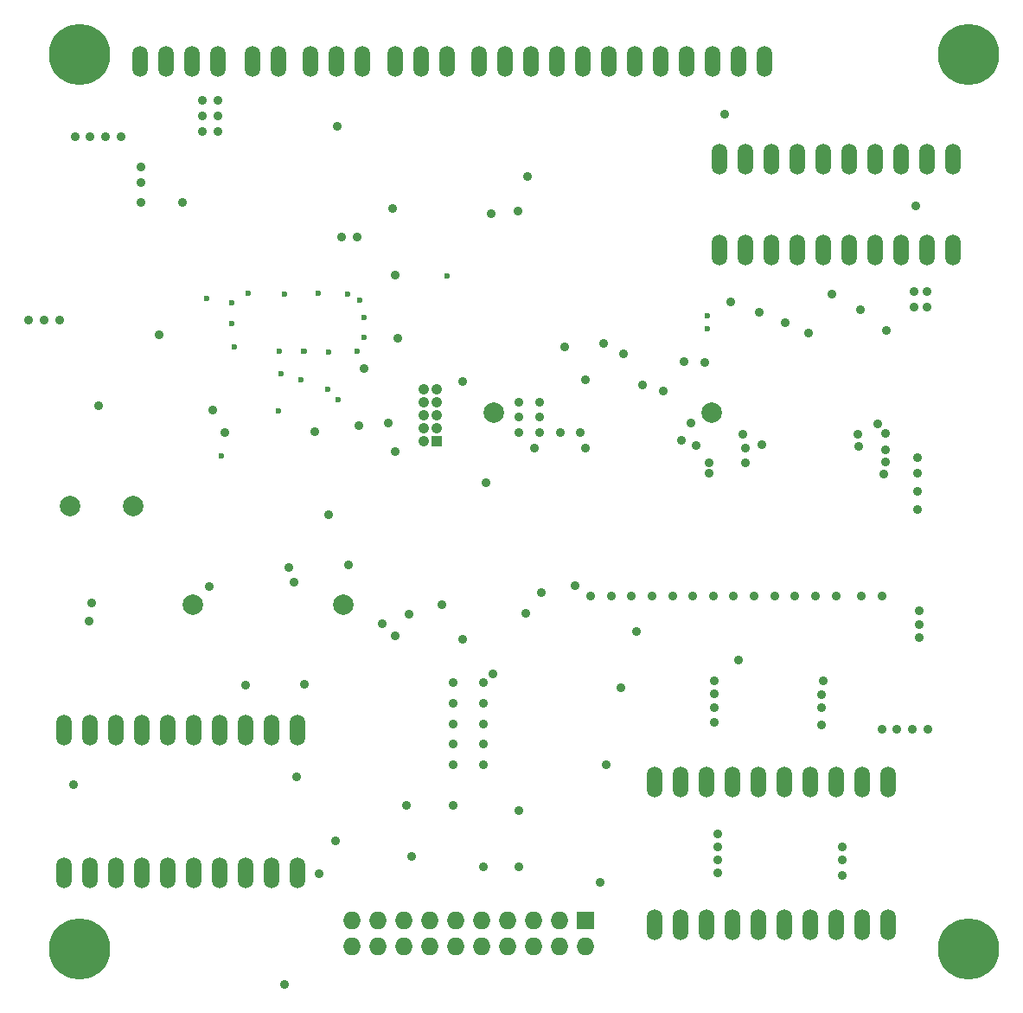
<source format=gbr>
G04 #@! TF.FileFunction,Soldermask,Bot*
%FSLAX46Y46*%
G04 Gerber Fmt 4.6, Leading zero omitted, Abs format (unit mm)*
G04 Created by KiCad (PCBNEW 4.0.2+e4-6225~38~ubuntu15.04.1-stable) date Do 30 Jun 2016 00:48:15 CEST*
%MOMM*%
G01*
G04 APERTURE LIST*
%ADD10C,0.150000*%
%ADD11O,1.506220X3.014980*%
%ADD12R,1.727200X1.727200*%
%ADD13O,1.727200X1.727200*%
%ADD14R,1.050000X1.050000*%
%ADD15C,1.050000*%
%ADD16C,6.000000*%
%ADD17C,0.889000*%
%ADD18C,0.600000*%
%ADD19C,2.000000*%
G04 APERTURE END LIST*
D10*
D11*
X4695000Y-72340280D03*
X7235000Y-72340280D03*
X9775000Y-72340280D03*
X12315000Y-72340280D03*
X27555000Y-72340280D03*
X25015000Y-72340280D03*
X22475000Y-72340280D03*
X19935000Y-72340280D03*
X17395000Y-72340280D03*
X14855000Y-72340280D03*
D12*
X55749000Y-91009280D03*
D13*
X55749000Y-93549280D03*
X53209000Y-91009280D03*
X53209000Y-93549280D03*
X50669000Y-91009280D03*
X50669000Y-93549280D03*
X48129000Y-91009280D03*
X48129000Y-93549280D03*
X45589000Y-91009280D03*
X45589000Y-93549280D03*
X43049000Y-91009280D03*
X43049000Y-93549280D03*
X40509000Y-91009280D03*
X40509000Y-93549280D03*
X37969000Y-91009280D03*
X37969000Y-93549280D03*
X35429000Y-91009280D03*
X35429000Y-93549280D03*
X32889000Y-91009280D03*
X32889000Y-93549280D03*
D14*
X41200000Y-44050000D03*
D15*
X41200000Y-42780000D03*
X41200000Y-41510000D03*
X41200000Y-40240000D03*
X41200000Y-38970000D03*
X39930000Y-42780000D03*
X39930000Y-41510000D03*
X39930000Y-40240000D03*
X39930000Y-38970000D03*
X39930000Y-44050000D03*
D11*
X19757200Y-6909880D03*
X17217200Y-6909880D03*
X14677200Y-6909880D03*
X12137200Y-6909880D03*
X42160000Y-6935280D03*
X39620000Y-6935280D03*
X37080000Y-6935280D03*
X33905000Y-6935280D03*
X31365000Y-6935280D03*
X28825000Y-6935280D03*
X4695000Y-86310280D03*
X7235000Y-86310280D03*
X9775000Y-86310280D03*
X12315000Y-86310280D03*
X27555000Y-86310280D03*
X25015000Y-86310280D03*
X22475000Y-86310280D03*
X19935000Y-86310280D03*
X17395000Y-86310280D03*
X14855000Y-86310280D03*
X25650000Y-6935280D03*
X23110000Y-6935280D03*
X62480000Y-77420280D03*
X65020000Y-77420280D03*
X67560000Y-77420280D03*
X70100000Y-77420280D03*
X85340000Y-77420280D03*
X82800000Y-77420280D03*
X80260000Y-77420280D03*
X77720000Y-77420280D03*
X75180000Y-77420280D03*
X72640000Y-77420280D03*
X68830000Y-16460280D03*
X71370000Y-16460280D03*
X73910000Y-16460280D03*
X76450000Y-16460280D03*
X91690000Y-16460280D03*
X89150000Y-16460280D03*
X86610000Y-16460280D03*
X84070000Y-16460280D03*
X81530000Y-16460280D03*
X78990000Y-16460280D03*
X62480000Y-91390280D03*
X65020000Y-91390280D03*
X67560000Y-91390280D03*
X70100000Y-91390280D03*
X85340000Y-91390280D03*
X82800000Y-91390280D03*
X80260000Y-91390280D03*
X77720000Y-91390280D03*
X75180000Y-91390280D03*
X72640000Y-91390280D03*
X68830000Y-25350280D03*
X71370000Y-25350280D03*
X73910000Y-25350280D03*
X76450000Y-25350280D03*
X91690000Y-25350280D03*
X89150000Y-25350280D03*
X86610000Y-25350280D03*
X84070000Y-25350280D03*
X81530000Y-25350280D03*
X78990000Y-25350280D03*
X58035000Y-6935280D03*
X55495000Y-6935280D03*
X52955000Y-6935280D03*
X50415000Y-6935280D03*
X47875000Y-6935280D03*
X45335000Y-6935280D03*
X73275000Y-6935280D03*
X70735000Y-6935280D03*
X68195000Y-6935280D03*
X65655000Y-6935280D03*
X63115000Y-6935280D03*
X60575000Y-6935280D03*
D16*
X93250000Y-93750280D03*
X6250000Y-6250280D03*
X93250000Y-6250280D03*
X6250000Y-93750280D03*
D17*
X37334000Y-33986280D03*
X46478000Y-21794280D03*
X36826000Y-21286280D03*
X35810000Y-61926280D03*
X42750000Y-79750000D03*
X38250000Y-79750000D03*
X38750000Y-84750000D03*
X45750000Y-85750000D03*
X49250000Y-85750000D03*
X49250000Y-80250000D03*
X45750000Y-75750000D03*
X42750000Y-75750000D03*
X42750000Y-73750000D03*
X45750000Y-73750000D03*
X45750000Y-71750000D03*
X42750000Y-71750000D03*
X42750000Y-69750000D03*
X45750000Y-69750000D03*
X45750000Y-67750000D03*
X42750000Y-67750000D03*
X26250000Y-97250000D03*
X57200000Y-87250000D03*
X69350000Y-12050000D03*
X88050000Y-21050000D03*
X43750000Y-38250000D03*
X4250000Y-32250000D03*
X2750000Y-32250000D03*
X46000000Y-48150000D03*
X34050000Y-37000000D03*
X37080000Y-45081000D03*
X36445000Y-42287000D03*
X1250000Y-32250000D03*
X51250000Y-40250000D03*
X49250000Y-40250000D03*
X49250000Y-41750000D03*
X51250000Y-41750000D03*
X50750000Y-44750000D03*
X49250000Y-43250000D03*
X51250000Y-43250000D03*
X55750000Y-44750000D03*
X55250000Y-43250000D03*
X53250000Y-43250000D03*
X84750000Y-59250000D03*
X82750000Y-59250000D03*
X80250000Y-59250000D03*
X78250000Y-59250000D03*
X76250000Y-59250000D03*
X74250000Y-59250000D03*
X72250000Y-59250000D03*
X70250000Y-59250000D03*
X68250000Y-59250000D03*
X66250000Y-59250000D03*
X64250000Y-59250000D03*
X62250000Y-59250000D03*
X60250000Y-59250000D03*
X58250000Y-59250000D03*
X56250000Y-59250000D03*
X54750000Y-58250000D03*
X57750000Y-75750000D03*
X59250000Y-68250000D03*
X60750000Y-62750000D03*
X89250000Y-72250000D03*
X87750000Y-72250000D03*
X86250000Y-72250000D03*
X88388000Y-63323280D03*
X88388000Y-62053280D03*
X88388000Y-60656280D03*
X88261000Y-50750280D03*
X88261000Y-48972280D03*
X88261000Y-47194280D03*
X88261000Y-45670280D03*
X89150000Y-30938280D03*
X87880000Y-30938280D03*
X87880000Y-29414280D03*
X89150000Y-29414280D03*
X84750000Y-72250000D03*
X32571500Y-56193500D03*
X51431000Y-58924000D03*
X49907000Y-60956000D03*
X46668500Y-66861500D03*
X43684000Y-63496000D03*
X37143500Y-63178500D03*
X41715500Y-60067000D03*
X38477000Y-61019500D03*
X70700000Y-65550000D03*
X30550000Y-51250000D03*
X29650000Y-86450000D03*
X31301500Y-83198780D03*
X20450000Y-43250000D03*
X22475000Y-67941000D03*
X19250000Y-41050000D03*
X28250000Y-67850000D03*
X8050000Y-40650000D03*
X13966000Y-33651000D03*
X7108000Y-61718000D03*
X7362000Y-59940000D03*
X5584000Y-77720000D03*
X18919000Y-58289000D03*
D18*
X20062000Y-45543280D03*
X18665000Y-30095000D03*
X42160000Y-27936000D03*
D17*
X33397000Y-24126000D03*
X31873000Y-24126000D03*
D18*
X67650000Y-31850000D03*
X67650000Y-33050000D03*
X25650000Y-41150000D03*
D17*
X18250000Y-10750000D03*
X18250000Y-12250000D03*
X18250000Y-13750000D03*
X19750000Y-13750000D03*
X19750000Y-12250000D03*
X19750000Y-10750000D03*
X10250000Y-14250000D03*
X8750000Y-14250000D03*
X7250000Y-14250000D03*
X5750000Y-14250000D03*
X12250000Y-17250000D03*
X12250000Y-18750000D03*
X16250000Y-20750000D03*
X12250000Y-20750000D03*
X31428500Y-13285280D03*
X27491500Y-76975780D03*
X37080000Y-27826780D03*
X50034000Y-18174780D03*
X49145000Y-21540280D03*
X73021000Y-44463780D03*
X82482500Y-44590780D03*
X82419000Y-43384280D03*
X84387500Y-42431780D03*
X85086000Y-43320780D03*
X85086000Y-44908280D03*
X85086000Y-46114780D03*
X84959000Y-47321280D03*
X66607500Y-44527280D03*
X65147000Y-44019280D03*
X66036000Y-42304780D03*
X71370000Y-44781280D03*
X71179500Y-43384280D03*
X26666000Y-56465280D03*
X27174000Y-57862280D03*
X71370000Y-46178280D03*
X67814000Y-47194280D03*
X67814000Y-46178280D03*
X29206000Y-43130280D03*
X33524000Y-42541000D03*
X80895000Y-83770280D03*
X85213000Y-33224280D03*
X80895000Y-85040280D03*
X82673000Y-31192280D03*
X80895000Y-86564280D03*
X79879000Y-29668280D03*
X77593000Y-33478280D03*
X68703000Y-82500280D03*
X75307000Y-32462280D03*
X68703000Y-83770280D03*
X78863000Y-70181280D03*
X59432000Y-35510280D03*
X78863000Y-71832280D03*
X57527000Y-34494280D03*
X78990000Y-67514280D03*
X67433000Y-36399280D03*
X78863000Y-68911280D03*
X65401000Y-36272280D03*
X68322000Y-68784280D03*
X61337000Y-38558280D03*
X68322000Y-67514280D03*
X63369000Y-39193280D03*
X68322000Y-71578280D03*
X53717000Y-34875280D03*
X68322000Y-70181280D03*
X55749000Y-38050280D03*
D18*
X34050000Y-33950000D03*
X34050000Y-31950000D03*
X30550000Y-35350000D03*
X28190000Y-35256280D03*
X28150000Y-35250000D03*
X21150000Y-30550000D03*
X21150000Y-32550000D03*
X21350000Y-34850000D03*
X22750000Y-29650000D03*
X27850000Y-38050000D03*
X25777000Y-35256280D03*
X25950000Y-37450000D03*
X26250000Y-29668280D03*
X29550000Y-29650000D03*
X32450000Y-29668280D03*
X33650000Y-30250000D03*
X33350000Y-35250000D03*
D17*
X69973000Y-30430280D03*
X68703000Y-86310280D03*
X72767000Y-31446280D03*
X68703000Y-85040280D03*
D19*
X17331500Y-60130500D03*
X32063500Y-60130500D03*
D18*
X31500000Y-40000000D03*
X30500000Y-39000000D03*
D19*
X5250000Y-50450000D03*
X11450000Y-50450000D03*
X68068000Y-41288780D03*
X46795500Y-41271000D03*
M02*

</source>
